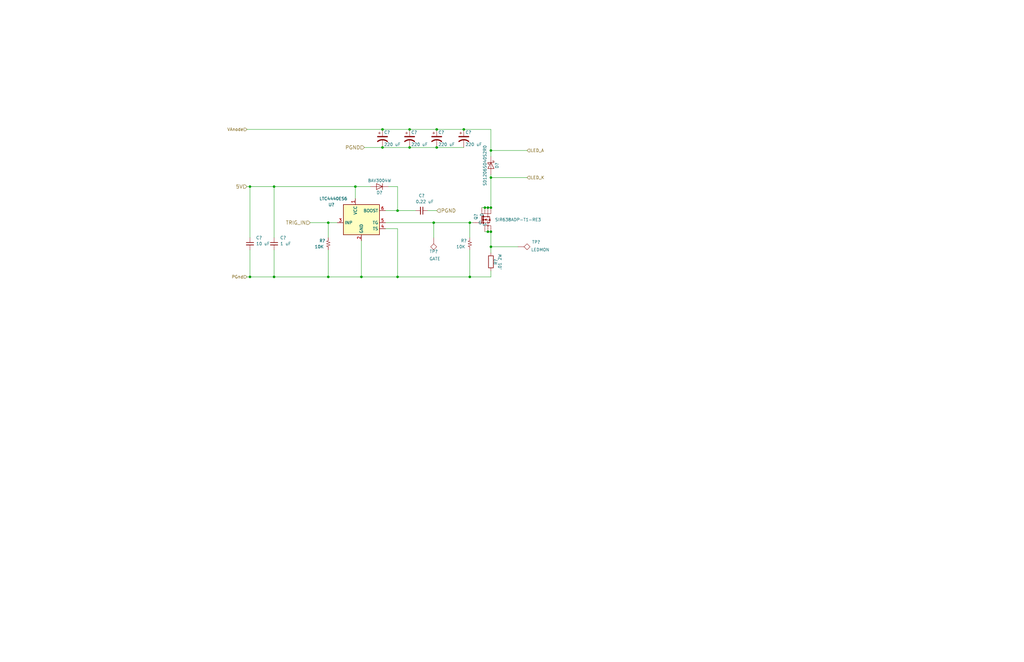
<source format=kicad_sch>
(kicad_sch (version 20211123) (generator eeschema)
  (paper "B")
  (title_block (title "BUM2 LED Controller") (date "2023-01-10") (rev "A"))
  (lib_symbols
    (symbol "CBT-140-Control-rescue:CP1" (pin_numbers hide) (pin_names (offset 0.254) hide)
      (property "Reference" "C" (at 0.635 2.54 0))
      (property "Value" "CP1" (at 0.635 -2.54 0))
      (symbol "CP1_0_1"
        (polyline (pts (xy -2.032 0.762) (xy 2.032 0.762)) (stroke (width 0.508)))
        (polyline (pts (xy -1.778 2.286) (xy -0.762 2.286)))
        (polyline (pts (xy -1.27 1.778) (xy -1.27 2.794)))
        (arc (start 2.032 -1.27) (mid 0 -0.5572) (end -2.032 -1.27) (stroke (width 0.508)))
      )
      (symbol "CP1_1_1"
        (pin passive line (at 0 3.81 270) (length 2.794) (name "~") (number "1"))
        (pin passive line (at 0 -3.81 90) (length 3.302) (name "~") (number "2"))
      )
    )
    (symbol "CBT-140-Control-rescue:C_Small" (pin_numbers hide) (pin_names (offset 0.254) hide)
      (property "Reference" "C" (at 0.254 1.778 0))
      (property "Value" "C_Small" (at 0.254 -2.032 0))
      (symbol "C_Small_0_1"
        (polyline (pts (xy -1.524 -0.508) (xy 1.524 -0.508)) (stroke (width 0.3302)))
        (polyline (pts (xy -1.524 0.508) (xy 1.524 0.508)) (stroke (width 0.3048)))
      )
      (symbol "C_Small_1_1"
        (pin passive line (at 0 2.54 270) (length 2.032) (name "~") (number "1"))
        (pin passive line (at 0 -2.54 90) (length 2.032) (name "~") (number "2"))
      )
    )
    (symbol "CBT-140-Control-rescue:D" (pin_numbers hide) (pin_names (offset 1.016) hide)
      (property "Reference" "D" (at 0 2.54 0))
      (property "Value" "D" (at 0 -2.54 0))
      (symbol "D_0_1"
        (polyline (pts (xy -1.27 1.27) (xy -1.27 -1.27)) (stroke (width 0.2032)))
        (polyline (pts (xy 1.27 0) (xy -1.27 0)))
        (polyline (pts (xy 1.27 1.27) (xy 1.27 -1.27) (xy -1.27 0) (xy 1.27 1.27)) (stroke (width 0.2032)))
      )
      (symbol "D_1_1"
        (pin passive line (at -3.81 0 0) (length 2.54) (name "K") (number "1"))
        (pin passive line (at 3.81 0 180) (length 2.54) (name "A") (number "2"))
      )
    )
    (symbol "CBT-140-Control-rescue:D_Schottky" (pin_numbers hide) (pin_names (offset 1.016) hide)
      (property "Reference" "D" (at 0 2.54 0))
      (property "Value" "D_Schottky" (at 0 -2.54 0))
      (symbol "D_Schottky_0_1"
        (polyline (pts (xy 1.27 0) (xy -1.27 0)))
        (polyline (pts (xy 1.27 1.27) (xy 1.27 -1.27) (xy -1.27 0) (xy 1.27 1.27)) (stroke (width 0.2032)))
        (polyline (pts (xy -1.905 0.635) (xy -1.905 1.27) (xy -1.27 1.27) (xy -1.27 -1.27) (xy -0.635 -1.27) (xy -0.635 -0.635)) (stroke (width 0.2032)))
      )
      (symbol "D_Schottky_1_1"
        (pin passive line (at -3.81 0 0) (length 2.54) (name "K") (number "1"))
        (pin passive line (at 3.81 0 180) (length 2.54) (name "A") (number "2"))
      )
    )
    (symbol "CBT-140-Control-rescue:R" (pin_numbers hide) (pin_names (offset 0))
      (property "Reference" "R" (at 2.032 0 90))
      (property "Value" "R" (at 0 0 90))
      (symbol "R_0_1"
        (rectangle (start -1.016 -2.54) (end 1.016 2.54) (stroke (width 0.254)))
      )
      (symbol "R_1_1"
        (pin passive line (at 0 3.81 270) (length 1.27) (name "~") (number "1"))
        (pin passive line (at 0 -3.81 90) (length 1.27) (name "~") (number "2"))
      )
    )
    (symbol "CBT-140-Control-rescue:TEST" (pin_numbers hide) (pin_names (offset 1.016) hide)
      (property "Reference" "TP" (at 0 7.62 0))
      (property "Value" "TEST" (at 0 6.35 0))
      (symbol "TEST_0_1"
        (polyline (pts (xy 0 5.08) (xy -1.27 3.81) (xy 0 2.54) (xy 1.27 3.81) (xy 0 5.08) (xy 0 5.08)))
      )
      (symbol "TEST_1_1"
        (pin passive line (at 0 0 90) (length 2.54) (name "~") (number "1"))
      )
    )
    (symbol "Driver_FET:LTC4440ES6"
      (property "Reference" "U" (at -7.62 8.89 0))
      (property "Value" "LTC4440ES6" (at -1.27 8.89 0))
      (symbol "LTC4440ES6_0_1"
        (rectangle (start -7.62 7.62) (end 7.62 -5.08) (stroke (width 0.254)) (fill (type background)))
      )
      (symbol "LTC4440ES6_1_1"
        (pin power_in line (at -2.54 10.16 270) (length 2.54) (name "VCC") (number "1"))
        (pin power_in line (at 0 -7.62 90) (length 2.54) (name "GND") (number "2"))
        (pin input line (at -10.16 0 0) (length 2.54) (name "INP") (number "3"))
        (pin input line (at 10.16 -2.54 180) (length 2.54) (name "TS") (number "4"))
        (pin output line (at 10.16 0 180) (length 2.54) (name "TG") (number "5"))
        (pin input line (at 10.16 5.08 180) (length 2.54) (name "BOOST") (number "6"))
      )
    )
    (symbol "Dual-Mag-Camera-Control-rescue:C_Small-SPC-Control-rescue" (pin_numbers hide) (pin_names (offset 0.254) hide)
      (property "Reference" "C" (at 0.254 1.778 0))
      (property "Value" "C_Small-SPC-Control-rescue" (at 0.254 -2.032 0))
      (symbol "C_Small-SPC-Control-rescue_0_1"
        (polyline (pts (xy -1.524 -0.508) (xy 1.524 -0.508)) (stroke (width 0.3302)))
        (polyline (pts (xy -1.524 0.508) (xy 1.524 0.508)) (stroke (width 0.3048)))
      )
      (symbol "C_Small-SPC-Control-rescue_1_1"
        (pin passive line (at 0 2.54 270) (length 2.032) (name "~") (number "1"))
        (pin passive line (at 0 -2.54 90) (length 2.032) (name "~") (number "2"))
      )
    )
    (symbol "Dual-Mag-Camera-Control-rescue:Resistor_small-SPC-Control-rescue-DeathStar-rescue-BUMP-Control-rescue" (pin_numbers hide) (pin_names (offset 0))
      (property "Reference" "R" (at 2.032 0 90))
      (property "Value" "Resistor_small-SPC-Control-rescue-DeathStar-rescue-BUMP-Control-rescue" (at -2.032 0.254 90))
      (symbol "Resistor_small-SPC-Control-rescue-DeathStar-rescue-BUMP-Control-rescue_0_1"
        (polyline (pts (xy 0 1.27) (xy -0.762 1.016) (xy 0.762 0.508) (xy -0.762 0) (xy 0.762 -0.508) (xy -0.762 -1.016) (xy 0 -1.27)))
      )
      (symbol "Resistor_small-SPC-Control-rescue-DeathStar-rescue-BUMP-Control-rescue_1_1"
        (pin passive line (at 0 2.54 270) (length 1.27) (name "~") (number "1"))
        (pin passive line (at 0 -2.54 90) (length 1.27) (name "~") (number "2"))
      )
    )
    (symbol "Dual-Mag-Camera-Control-rescue:SiSA72DN-ProjectDevices" (pin_names (offset 1.016))
      (property "Reference" "Q" (at 3.81 1.27 0))
      (property "Value" "SiSA72DN-ProjectDevices" (at -15.24 6.35 0))
      (symbol "SiSA72DN-ProjectDevices_1_1"
        (circle (center 0 -2.54) (radius 0.127))
        (circle (center 0 -2.54) (radius 0.127))
        (circle (center 0 -2.54) (radius 0.127))
        (circle (center 0 -2.54) (radius 0.127))
        (circle (center 0 -1.27) (radius 0.127))
        (polyline (pts (xy -5.08 -1.27) (xy -3.81 -1.27)))
        (polyline (pts (xy -2.54 -1.27) (xy -3.81 -1.27)))
        (polyline (pts (xy -1.905 -1.016) (xy -1.905 -1.651)) (stroke (width 0.508)))
        (polyline (pts (xy -1.905 0.381) (xy -1.905 -0.381)) (stroke (width 0.508)))
        (polyline (pts (xy -1.905 0.381) (xy -1.905 -0.381)) (stroke (width 0.508)))
        (polyline (pts (xy -1.905 1.651) (xy -1.905 1.016)) (stroke (width 0.508)))
        (polyline (pts (xy -1.905 1.651) (xy -1.905 1.016)) (stroke (width 0.508)))
        (polyline (pts (xy -1.778 -1.27) (xy 0 -1.27)))
        (polyline (pts (xy -1.778 1.27) (xy 0 1.27)))
        (polyline (pts (xy -1.778 1.27) (xy 0 1.27)))
        (polyline (pts (xy -1.778 1.27) (xy 0 1.27)))
        (polyline (pts (xy -1.778 1.27) (xy 0 1.27)))
        (polyline (pts (xy -1.27 3.81) (xy -1.27 2.54)))
        (polyline (pts (xy 0 -2.54) (xy 0 -3.81)))
        (polyline (pts (xy 0 -1.27) (xy 0 -2.54)))
        (polyline (pts (xy 0 3.81) (xy 0 2.54)))
        (polyline (pts (xy 0.381 0.254) (xy 1.143 0.254)))
        (polyline (pts (xy -2.54 1.524) (xy -2.54 -1.524) (xy -2.54 -1.524)) (stroke (width 0.254)))
        (polyline (pts (xy -2.54 1.524) (xy -2.54 -1.524) (xy -2.54 -1.524)) (stroke (width 0.254)))
        (polyline (pts (xy -1.778 0) (xy 0 0) (xy 0 -1.27)))
        (polyline (pts (xy 0 -2.54) (xy -1.27 -2.54) (xy -1.27 -3.81)))
        (polyline (pts (xy 0 -2.54) (xy 1.27 -2.54) (xy 1.27 -3.81)))
        (polyline (pts (xy 1.27 3.81) (xy 1.27 2.54) (xy 0 2.54)))
        (polyline (pts (xy -2.54 3.81) (xy -2.54 2.54) (xy 0 2.54) (xy 0 1.27)))
        (polyline (pts (xy -1.397 0) (xy -0.635 -0.381) (xy -0.635 0.381) (xy -1.397 0)) (fill (type outline)))
        (polyline (pts (xy 0 -1.27) (xy 0.762 -1.27) (xy 0.762 1.27) (xy 0 1.27)))
        (polyline (pts (xy 0 -1.27) (xy 0.762 -1.27) (xy 0.762 1.27) (xy 0 1.27)))
        (polyline (pts (xy 0 -1.27) (xy 0.762 -1.27) (xy 0.762 1.27) (xy 0 1.27)))
        (polyline (pts (xy 0 -1.27) (xy 0.762 -1.27) (xy 0.762 1.27) (xy 0 1.27)))
        (polyline (pts (xy 0.762 0.254) (xy 1.143 -0.381) (xy 0.381 -0.381) (xy 0.762 0.254)) (fill (type outline)))
        (circle (center 0 1.27) (radius 0.127))
        (circle (center 0 1.27) (radius 0.127))
        (circle (center 0 1.27) (radius 0.127))
        (circle (center 0 1.27) (radius 0.127))
        (pin power_in line (at 1.27 -5.08 90) (length 1.27) (name "S") (number "1"))
        (pin bidirectional line (at -1.27 -5.08 90) (length 1.27) (name "S") (number "2"))
        (pin bidirectional line (at 0 -5.08 90) (length 1.27) (name "S") (number "3"))
        (pin passive line (at -6.35 -1.27 0) (length 1.27) (name "G") (number "4"))
        (pin passive line (at -2.54 5.08 270) (length 1.27) (name "D") (number "5"))
        (pin power_in line (at -1.27 5.08 270) (length 1.27) (name "D") (number "5"))
        (pin power_in line (at 0 5.08 270) (length 1.27) (name "D") (number "5"))
        (pin power_in line (at 1.27 5.08 270) (length 1.27) (name "D") (number "5"))
      )
    )
  )
  (junction (at 167.64 116.84))
  (junction (at 152.4 116.84))
  (junction (at 198.12 116.84))
  (junction (at 161.29 54.61))
  (junction (at 207.01 87.63))
  (junction (at 184.15 62.23))
  (junction (at 184.15 54.61))
  (junction (at 207.01 97.79))
  (junction (at 149.86 78.74))
  (junction (at 138.43 116.84))
  (junction (at 115.57 78.74))
  (junction (at 172.72 54.61))
  (junction (at 198.12 93.98))
  (junction (at 138.43 93.98))
  (junction (at 172.72 62.23))
  (junction (at 207.01 104.14))
  (junction (at 195.58 54.61))
  (junction (at 205.74 97.79))
  (junction (at 207.01 63.5))
  (junction (at 205.74 87.63))
  (junction (at 204.47 87.63))
  (junction (at 182.88 93.98))
  (junction (at 105.41 78.74))
  (junction (at 105.41 116.84))
  (junction (at 167.64 88.9))
  (junction (at 115.57 116.84))
  (junction (at 161.29 62.23))
  (junction (at 207.01 74.93))
  (wire (pts (xy 204.47 97.79) (xy 205.74 97.79)))
  (wire (pts (xy 184.15 62.23) (xy 195.58 62.23)))
  (wire (pts (xy 207.01 97.79) (xy 207.01 104.14)))
  (wire (pts (xy 104.14 78.74) (xy 105.41 78.74)))
  (wire (pts (xy 156.21 78.74) (xy 149.86 78.74)))
  (wire (pts (xy 198.12 105.41) (xy 198.12 116.84)))
  (wire (pts (xy 115.57 116.84) (xy 138.43 116.84)))
  (wire (pts (xy 138.43 93.98) (xy 138.43 100.33)))
  (wire (pts (xy 115.57 78.74) (xy 149.86 78.74)))
  (wire (pts (xy 222.25 74.93) (xy 207.01 74.93)))
  (wire (pts (xy 163.83 78.74) (xy 167.64 78.74)))
  (wire (pts (xy 195.58 54.61) (xy 207.01 54.61)))
  (wire (pts (xy 203.2 87.63) (xy 204.47 87.63)))
  (wire (pts (xy 167.64 116.84) (xy 152.4 116.84)))
  (wire (pts (xy 105.41 78.74) (xy 105.41 100.33)))
  (wire (pts (xy 207.01 54.61) (xy 207.01 63.5)))
  (wire (pts (xy 204.47 87.63) (xy 205.74 87.63)))
  (wire (pts (xy 138.43 116.84) (xy 152.4 116.84)))
  (wire (pts (xy 172.72 62.23) (xy 184.15 62.23)))
  (wire (pts (xy 138.43 93.98) (xy 142.24 93.98)))
  (wire (pts (xy 207.01 114.3) (xy 207.01 116.84)))
  (wire (pts (xy 207.01 74.93) (xy 207.01 87.63)))
  (wire (pts (xy 104.14 54.61) (xy 161.29 54.61)))
  (wire (pts (xy 138.43 105.41) (xy 138.43 116.84)))
  (wire (pts (xy 105.41 116.84) (xy 115.57 116.84)))
  (wire (pts (xy 162.56 96.52) (xy 167.64 96.52)))
  (wire (pts (xy 184.15 54.61) (xy 195.58 54.61)))
  (wire (pts (xy 207.01 63.5) (xy 207.01 66.04)))
  (wire (pts (xy 115.57 105.41) (xy 115.57 116.84)))
  (wire (pts (xy 172.72 54.61) (xy 184.15 54.61)))
  (wire (pts (xy 161.29 54.61) (xy 172.72 54.61)))
  (wire (pts (xy 205.74 87.63) (xy 207.01 87.63)))
  (wire (pts (xy 180.34 88.9) (xy 184.15 88.9)))
  (wire (pts (xy 207.01 104.14) (xy 207.01 106.68)))
  (wire (pts (xy 207.01 104.14) (xy 218.44 104.14)))
  (wire (pts (xy 222.25 63.5) (xy 207.01 63.5)))
  (wire (pts (xy 130.81 93.98) (xy 138.43 93.98)))
  (wire (pts (xy 182.88 93.98) (xy 198.12 93.98)))
  (wire (pts (xy 162.56 88.9) (xy 167.64 88.9)))
  (wire (pts (xy 153.67 62.23) (xy 161.29 62.23)))
  (wire (pts (xy 162.56 93.98) (xy 182.88 93.98)))
  (wire (pts (xy 207.01 116.84) (xy 198.12 116.84)))
  (wire (pts (xy 105.41 78.74) (xy 115.57 78.74)))
  (wire (pts (xy 207.01 73.66) (xy 207.01 74.93)))
  (wire (pts (xy 104.14 116.84) (xy 105.41 116.84)))
  (wire (pts (xy 167.64 78.74) (xy 167.64 88.9)))
  (wire (pts (xy 105.41 105.41) (xy 105.41 116.84)))
  (wire (pts (xy 198.12 93.98) (xy 198.12 100.33)))
  (wire (pts (xy 152.4 101.6) (xy 152.4 116.84)))
  (wire (pts (xy 198.12 93.98) (xy 199.39 93.98)))
  (wire (pts (xy 205.74 97.79) (xy 207.01 97.79)))
  (wire (pts (xy 167.64 96.52) (xy 167.64 116.84)))
  (wire (pts (xy 198.12 116.84) (xy 167.64 116.84)))
  (wire (pts (xy 149.86 78.74) (xy 149.86 83.82)))
  (wire (pts (xy 182.88 93.98) (xy 182.88 100.33)))
  (wire (pts (xy 115.57 78.74) (xy 115.57 100.33)))
  (wire (pts (xy 161.29 62.23) (xy 172.72 62.23)))
  (wire (pts (xy 167.64 88.9) (xy 175.26 88.9)))
  (hierarchical_label "LED_K" (shape input) (at 222.25 74.93 0))
  (hierarchical_label "PGND" (shape input) (at 153.67 62.23 180) (effects (font (size 1.524 1.524))))
  (hierarchical_label "VAnode" (shape input) (at 104.14 54.61 180))
  (hierarchical_label "TRIG_IN" (shape input) (at 130.81 93.98 180) (effects (font (size 1.524 1.524))))
  (hierarchical_label "PGND" (shape input) (at 184.15 88.9 0) (effects (font (size 1.524 1.524))))
  (hierarchical_label "PGnd" (shape input) (at 104.14 116.84 180))
  (hierarchical_label "LED_A" (shape input) (at 222.25 63.5 0))
  (hierarchical_label "5V" (shape input) (at 104.14 78.74 180) (effects (font (size 1.524 1.524))))
  (symbol (lib_id "CBT-140-Control-rescue:CP1") (at 161.29 58.42 0)
    (property "Reference" "C?" (at 161.925 55.88 0) (effects (justify left)))
    (property "Value" "220 uF" (at 161.925 60.96 0) (effects (justify left)))
    (property "Footprint" "Capacitor_Tantalum_SMD:CP_EIA-7343-43_Kemet-X" (effects hide))
    (property "Datasheet" "https://api.kemet.com/component-edge/download/datasheet/T491X227K016AT.pdf" (effects hide))
    (property "Part Number" "399-8415-1-ND" (effects hide))
    (property "Supplier" "Digikey" (effects hide))
    (property "Link" "https://www.digikey.com/en/products/detail/kemet/T491X227K016AT/2336385" (effects hide))
  )
  (symbol (lib_id "CBT-140-Control-rescue:R") (at 207.01 110.49 0)
    (property "Reference" "R?" (at 209.042 110.49 90))
    (property "Value" ".01 2W" (at 210.82 110.49 90))
    (property "Footprint" "Resistors_SMD:R_2512" (effects hide))
    (property "Datasheet" "http://www.rohm.com/web/global/datasheet/PMR18EZPFV/pmr-e" (effects hide))
    (property "Part Number" "RHM.010AUCT-ND" (effects hide))
    (property "Supplier" "Digikey" (effects hide))
    (property "Link" "https://www.digikey.com/product-detail/en/rohm-semiconductor/PMR100HZPFU10L0/RHM.010AUCT-ND/2094556" (effects hide))
  )
  (symbol (lib_id "CBT-140-Control-rescue:D") (at 160.02 78.74 180)
    (property "Reference" "D?" (at 160.02 81.28 0))
    (property "Value" "BAV3004W" (at 160.02 76.2 0))
    (property "Footprint" "Diodes_SMD:D_SOD-123" (effects hide))
    (property "Datasheet" "https://www.diodes.com/assets/Datasheets/ds30371.pdf" (effects hide))
    (property "Part Number" "BAV3004W-FDICT-ND" (effects hide))
    (property "Supplier" "Digikey" (effects hide))
    (property "Link" "https://www.digikey.com/product-detail/en/diodes-incorporated/BAV3004W-7-F/BAV3004W-FDICT-ND/815365" (effects hide))
  )
  (symbol (lib_id "CBT-140-Control-rescue:C_Small") (at 177.8 88.9 270)
    (property "Reference" "C?" (at 176.53 82.55 90) (effects (justify left)))
    (property "Value" "0.22 uF" (at 175.26 85.09 90) (effects (justify left)))
    (property "Footprint" "Capacitor_SMD:C_0603_1608Metric" (effects hide))
    (property "Datasheet" "http://search.murata.co.jp/Ceramy/image/img/A01X/G101/ENG/GCJ188R71H224KA01-01.pdf" (effects hide))
    (property "Part Number" "490-14410-1-ND" (effects hide))
    (property "Supplier" "Digikey" (effects hide))
    (property "Link" "https://www.digikey.com/product-detail/en/murata-electronics-north-america/GCJ188R71H224KA01D/490-14410-1-ND/6606871" (effects hide))
  )
  (symbol (lib_id "CBT-140-Control-rescue:D_Schottky") (at 207.01 69.85 270)
    (property "Reference" "D?" (at 209.55 69.85 0))
    (property "Value" "SD1206S040S2R0" (at 204.47 69.85 0))
    (property "Footprint" "Diode_SMD:D_1206_3216Metric" (effects hide))
    (property "Datasheet" "https://datasheets.kyocera-avx.com/schottky.pdf" (effects hide))
    (property "Part Number" "478-7806-1-ND" (effects hide))
    (property "Supplier" "Digikey" (effects hide))
    (property "Link" "https://www.digikey.com/en/products/detail/kyocera-avx/SD1206S040S2R0/3749537" (effects hide))
  )
  (symbol (lib_id "Dual-Mag-Camera-Control-rescue:SiSA72DN-ProjectDevices") (at 205.74 92.71 0)
    (property "Reference" "Q?" (at 200.66 91.44 90))
    (property "Value" "SIR638ADP-T1-RE3" (at 218.44 92.71 0))
    (property "Footprint" "Package_SO:PowerPAK_SO-8_Single" (effects hide))
    (property "Datasheet" "https://www.vishay.com/docs/75297/sir638adp.pdf" (effects hide))
    (property "Part Number" "SIR638ADP-T1-RE3CT-ND" (effects hide))
    (property "Supplier" "Digikey" (effects hide))
    (property "Link" "https://www.digikey.com/en/products/detail/vishay-siliconix/SIR638ADP-T1-RE3/7616342" (effects hide))
  )
  (symbol (lib_id "Dual-Mag-Camera-Control-rescue:C_Small-SPC-Control-rescue") (at 115.57 102.87 0)
    (property "Reference" "C?" (at 118.11 100.33 0) (effects (justify left)))
    (property "Value" "1 uF" (at 118.11 102.87 0) (effects (justify left)))
    (property "Footprint" "Capacitor_SMD:C_0805_2012Metric" (effects hide))
    (property "Datasheet" "https://www.yageo.com/upload/media/product/productsearch/datasheet/mlcc/UPY-GPHC_X7R_6.3V-to-50V_18.pdf" (effects hide))
    (property "Part Number" "311-3498-1-ND" (effects hide))
    (property "Supplier" "Digikey" (effects hide))
    (property "Link" "https://www.digikey.com/product-detail/en/yageo/CC0805JKX7R9BB105/311-3498-1-ND/7164519" (effects hide))
  )
  (symbol (lib_id "CBT-140-Control-rescue:TEST") (at 218.44 104.14 270)
    (property "Reference" "TP?" (at 226.06 102.87 90) (effects (justify bottom)))
    (property "Value" " LEDMON" (at 227.33 105.41 90))
    (property "Footprint" "TestPoint:TestPoint_Keystone_5015_Micro-Minature" (effects hide))
    (property "Datasheet" "https://www.keyelco.com/userAssets/file/M65p55.pdf" (effects hide))
    (property "Part Number" "36-5015CT-ND" (effects hide))
    (property "Supplier" "Digikey" (effects hide))
    (property "Link" "https://www.digikey.com/en/products/detail/keystone-electronics/5015/278885" (effects hide))
  )
  (symbol (lib_id "CBT-140-Control-rescue:CP1") (at 184.15 58.42 0)
    (property "Reference" "C?" (at 184.785 55.88 0) (effects (justify left)))
    (property "Value" "220 uF" (at 184.785 60.96 0) (effects (justify left)))
    (property "Footprint" "Capacitor_Tantalum_SMD:CP_EIA-7343-43_Kemet-X" (effects hide))
    (property "Datasheet" "https://api.kemet.com/component-edge/download/datasheet/T491X227K016AT.pdf" (effects hide))
    (property "Part Number" "399-8415-1-ND" (effects hide))
    (property "Supplier" "Digikey" (effects hide))
    (property "Link" "https://www.digikey.com/en/products/detail/kemet/T491X227K016AT/2336385" (effects hide))
  )
  (symbol (lib_id "Dual-Mag-Camera-Control-rescue:C_Small-SPC-Control-rescue") (at 105.41 102.87 0)
    (property "Reference" "C?" (at 107.95 100.33 0) (effects (justify left)))
    (property "Value" "10 uF" (at 107.95 102.87 0) (effects (justify left)))
    (property "Footprint" "Capacitor_SMD:C_0805_2012Metric" (effects hide))
    (property "Datasheet" "https://www.yuden.co.jp/productdata/catalog/mlcc06_e.pdf" (effects hide))
    (property "Part Number" "587-3319-1-ND" (effects hide))
    (property "Supplier" "Digikey" (effects hide))
    (property "Link" "https://www.digikey.com/en/products/detail/taiyo-yuden/EMK212BB7106MG-T/4157444" (effects hide))
  )
  (symbol (lib_id "CBT-140-Control-rescue:CP1") (at 172.72 58.42 0)
    (property "Reference" "C?" (at 173.355 55.88 0) (effects (justify left)))
    (property "Value" "220 uF" (at 173.355 60.96 0) (effects (justify left)))
    (property "Footprint" "Capacitor_Tantalum_SMD:CP_EIA-7343-43_Kemet-X" (effects hide))
    (property "Datasheet" "https://api.kemet.com/component-edge/download/datasheet/T491X227K016AT.pdf" (effects hide))
    (property "Part Number" "399-8415-1-ND" (effects hide))
    (property "Supplier" "Digikey" (effects hide))
    (property "Link" "https://www.digikey.com/en/products/detail/kemet/T491X227K016AT/2336385" (effects hide))
  )
  (symbol (lib_id "CBT-140-Control-rescue:TEST") (at 182.88 100.33 180)
    (property "Reference" "TP?" (at 182.88 105.41 0) (effects (justify bottom)))
    (property "Value" " GATE" (at 182.88 109.22 0))
    (property "Footprint" "TestPoint:TestPoint_Keystone_5015_Micro-Minature" (effects hide))
    (property "Datasheet" "https://www.keyelco.com/userAssets/file/M65p55.pdf" (effects hide))
    (property "Part Number" "36-5015CT-ND" (effects hide))
    (property "Supplier" "Digikey" (effects hide))
    (property "Link" "https://www.digikey.com/en/products/detail/keystone-electronics/5015/278885" (effects hide))
  )
  (symbol (lib_id "Dual-Mag-Camera-Control-rescue:Resistor_small-SPC-Control-rescue-DeathStar-rescue-BUMP-Control-rescue") (at 198.12 102.87 0)
    (property "Reference" "R?" (at 195.58 101.6 0))
    (property "Value" "10K" (at 194.31 104.14 0))
    (property "Footprint" "Resistor_SMD:R_0603_1608Metric" (effects hide))
    (property "Datasheet" "https://www.yageo.com/upload/media/product/productsearch/datasheet/rchip/PYu-AC_51_RoHS_L_9.pdf" (effects hide))
    (property "Part Number" "311-10KLDCT-ND" (effects hide))
    (property "Supplier" "Digikey" (effects hide))
    (property "Link" "https://www.digikey.com/en/products/detail/yageo/AC0603FR-0710KL/2827814" (effects hide))
  )
  (symbol (lib_id "CBT-140-Control-rescue:CP1") (at 195.58 58.42 0)
    (property "Reference" "C?" (at 196.215 55.88 0) (effects (justify left)))
    (property "Value" "220 uF" (at 196.215 60.96 0) (effects (justify left)))
    (property "Footprint" "Capacitor_Tantalum_SMD:CP_EIA-7343-43_Kemet-X" (effects hide))
    (property "Datasheet" "https://api.kemet.com/component-edge/download/datasheet/T491X227K016AT.pdf" (effects hide))
    (property "Part Number" "399-8415-1-ND" (effects hide))
    (property "Supplier" "Digikey" (effects hide))
    (property "Link" "https://www.digikey.com/en/products/detail/kemet/T491X227K016AT/2336385" (effects hide))
  )
  (symbol (lib_id "Dual-Mag-Camera-Control-rescue:Resistor_small-SPC-Control-rescue-DeathStar-rescue-BUMP-Control-rescue") (at 138.43 102.87 0)
    (property "Reference" "R?" (at 135.89 101.6 0))
    (property "Value" "10K" (at 134.62 104.14 0))
    (property "Footprint" "Resistor_SMD:R_0603_1608Metric" (effects hide))
    (property "Datasheet" "https://www.yageo.com/upload/media/product/productsearch/datasheet/rchip/PYu-AC_51_RoHS_L_9.pdf" (effects hide))
    (property "Part Number" "311-10KLDCT-ND" (effects hide))
    (property "Supplier" "Digikey" (effects hide))
    (property "Link" "https://www.digikey.com/en/products/detail/yageo/AC0603FR-0710KL/2827814" (effects hide))
  )
  (symbol (lib_id "Driver_FET:LTC4440ES6") (at 152.4 93.98 0)
    (property "Reference" "U?" (at 138.43 86.36 0) (effects (justify left)))
    (property "Value" "LTC4440ES6" (at 134.62 83.82 0) (effects (justify left)))
    (property "Footprint" "Package_TO_SOT_SMD:SOT-23-6" (effects hide))
    (property "Datasheet" "https://www.analog.com/media/en/technical-documentation/data-sheets/4440fb.pdf" (effects hide))
  )
)
</source>
